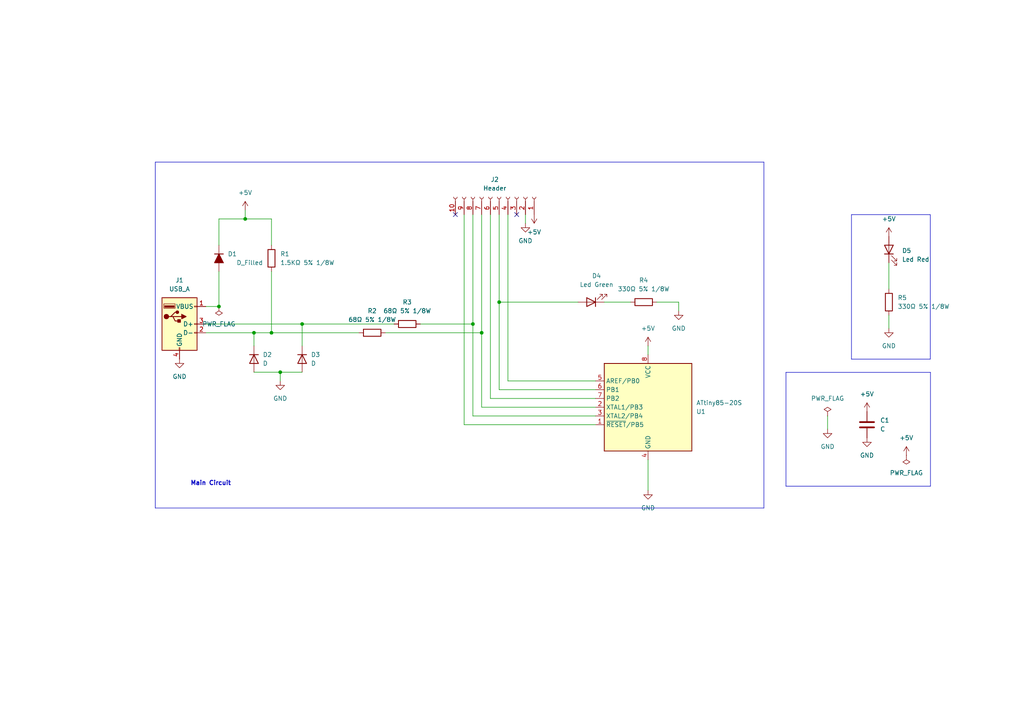
<source format=kicad_sch>
(kicad_sch (version 20230121) (generator eeschema)

  (uuid f2c20679-f28d-47ad-9191-2bfbde129570)

  (paper "A4")

  (title_block
    (title "2307105_Cobresi_microduino")
    (date "1/9/2023")
    (rev "1.0")
    (company "ucc")
  )

  (lib_symbols
    (symbol "+5V_1" (power) (pin_names (offset 0)) (in_bom yes) (on_board yes)
      (property "Reference" "#PWR" (at 0 -3.81 0)
        (effects (font (size 1.27 1.27)) hide)
      )
      (property "Value" "+5V_1" (at 0 3.556 0)
        (effects (font (size 1.27 1.27)))
      )
      (property "Footprint" "" (at 0 0 0)
        (effects (font (size 1.27 1.27)) hide)
      )
      (property "Datasheet" "" (at 0 0 0)
        (effects (font (size 1.27 1.27)) hide)
      )
      (property "ki_keywords" "global power" (at 0 0 0)
        (effects (font (size 1.27 1.27)) hide)
      )
      (property "ki_description" "Power symbol creates a global label with name \"+5V\"" (at 0 0 0)
        (effects (font (size 1.27 1.27)) hide)
      )
      (symbol "+5V_1_0_1"
        (polyline
          (pts
            (xy -0.762 1.27)
            (xy 0 2.54)
          )
          (stroke (width 0) (type default))
          (fill (type none))
        )
        (polyline
          (pts
            (xy 0 0)
            (xy 0 2.54)
          )
          (stroke (width 0) (type default))
          (fill (type none))
        )
        (polyline
          (pts
            (xy 0 2.54)
            (xy 0.762 1.27)
          )
          (stroke (width 0) (type default))
          (fill (type none))
        )
      )
      (symbol "+5V_1_1_1"
        (pin power_in line (at 0 0 90) (length 0) hide
          (name "+5V" (effects (font (size 1.27 1.27))))
          (number "1" (effects (font (size 1.27 1.27))))
        )
      )
    )
    (symbol "Connector:Conn_01x10_Socket" (pin_names (offset 1.016) hide) (in_bom yes) (on_board yes)
      (property "Reference" "J" (at 0 12.7 0)
        (effects (font (size 1.27 1.27)))
      )
      (property "Value" "Conn_01x10_Socket" (at 0 -15.24 0)
        (effects (font (size 1.27 1.27)))
      )
      (property "Footprint" "" (at 0 0 0)
        (effects (font (size 1.27 1.27)) hide)
      )
      (property "Datasheet" "~" (at 0 0 0)
        (effects (font (size 1.27 1.27)) hide)
      )
      (property "ki_locked" "" (at 0 0 0)
        (effects (font (size 1.27 1.27)))
      )
      (property "ki_keywords" "connector" (at 0 0 0)
        (effects (font (size 1.27 1.27)) hide)
      )
      (property "ki_description" "Generic connector, single row, 01x10, script generated" (at 0 0 0)
        (effects (font (size 1.27 1.27)) hide)
      )
      (property "ki_fp_filters" "Connector*:*_1x??_*" (at 0 0 0)
        (effects (font (size 1.27 1.27)) hide)
      )
      (symbol "Conn_01x10_Socket_1_1"
        (arc (start 0 -12.192) (mid -0.5058 -12.7) (end 0 -13.208)
          (stroke (width 0.1524) (type default))
          (fill (type none))
        )
        (arc (start 0 -9.652) (mid -0.5058 -10.16) (end 0 -10.668)
          (stroke (width 0.1524) (type default))
          (fill (type none))
        )
        (arc (start 0 -7.112) (mid -0.5058 -7.62) (end 0 -8.128)
          (stroke (width 0.1524) (type default))
          (fill (type none))
        )
        (arc (start 0 -4.572) (mid -0.5058 -5.08) (end 0 -5.588)
          (stroke (width 0.1524) (type default))
          (fill (type none))
        )
        (arc (start 0 -2.032) (mid -0.5058 -2.54) (end 0 -3.048)
          (stroke (width 0.1524) (type default))
          (fill (type none))
        )
        (polyline
          (pts
            (xy -1.27 -12.7)
            (xy -0.508 -12.7)
          )
          (stroke (width 0.1524) (type default))
          (fill (type none))
        )
        (polyline
          (pts
            (xy -1.27 -10.16)
            (xy -0.508 -10.16)
          )
          (stroke (width 0.1524) (type default))
          (fill (type none))
        )
        (polyline
          (pts
            (xy -1.27 -7.62)
            (xy -0.508 -7.62)
          )
          (stroke (width 0.1524) (type default))
          (fill (type none))
        )
        (polyline
          (pts
            (xy -1.27 -5.08)
            (xy -0.508 -5.08)
          )
          (stroke (width 0.1524) (type default))
          (fill (type none))
        )
        (polyline
          (pts
            (xy -1.27 -2.54)
            (xy -0.508 -2.54)
          )
          (stroke (width 0.1524) (type default))
          (fill (type none))
        )
        (polyline
          (pts
            (xy -1.27 0)
            (xy -0.508 0)
          )
          (stroke (width 0.1524) (type default))
          (fill (type none))
        )
        (polyline
          (pts
            (xy -1.27 2.54)
            (xy -0.508 2.54)
          )
          (stroke (width 0.1524) (type default))
          (fill (type none))
        )
        (polyline
          (pts
            (xy -1.27 5.08)
            (xy -0.508 5.08)
          )
          (stroke (width 0.1524) (type default))
          (fill (type none))
        )
        (polyline
          (pts
            (xy -1.27 7.62)
            (xy -0.508 7.62)
          )
          (stroke (width 0.1524) (type default))
          (fill (type none))
        )
        (polyline
          (pts
            (xy -1.27 10.16)
            (xy -0.508 10.16)
          )
          (stroke (width 0.1524) (type default))
          (fill (type none))
        )
        (arc (start 0 0.508) (mid -0.5058 0) (end 0 -0.508)
          (stroke (width 0.1524) (type default))
          (fill (type none))
        )
        (arc (start 0 3.048) (mid -0.5058 2.54) (end 0 2.032)
          (stroke (width 0.1524) (type default))
          (fill (type none))
        )
        (arc (start 0 5.588) (mid -0.5058 5.08) (end 0 4.572)
          (stroke (width 0.1524) (type default))
          (fill (type none))
        )
        (arc (start 0 8.128) (mid -0.5058 7.62) (end 0 7.112)
          (stroke (width 0.1524) (type default))
          (fill (type none))
        )
        (arc (start 0 10.668) (mid -0.5058 10.16) (end 0 9.652)
          (stroke (width 0.1524) (type default))
          (fill (type none))
        )
        (pin passive line (at -5.08 10.16 0) (length 3.81)
          (name "Pin_1" (effects (font (size 1.27 1.27))))
          (number "1" (effects (font (size 1.27 1.27))))
        )
        (pin passive line (at -5.08 -12.7 0) (length 3.81)
          (name "Pin_10" (effects (font (size 1.27 1.27))))
          (number "10" (effects (font (size 1.27 1.27))))
        )
        (pin passive line (at -5.08 7.62 0) (length 3.81)
          (name "Pin_2" (effects (font (size 1.27 1.27))))
          (number "2" (effects (font (size 1.27 1.27))))
        )
        (pin passive line (at -5.08 5.08 0) (length 3.81)
          (name "Pin_3" (effects (font (size 1.27 1.27))))
          (number "3" (effects (font (size 1.27 1.27))))
        )
        (pin passive line (at -5.08 2.54 0) (length 3.81)
          (name "Pin_4" (effects (font (size 1.27 1.27))))
          (number "4" (effects (font (size 1.27 1.27))))
        )
        (pin passive line (at -5.08 0 0) (length 3.81)
          (name "Pin_5" (effects (font (size 1.27 1.27))))
          (number "5" (effects (font (size 1.27 1.27))))
        )
        (pin passive line (at -5.08 -2.54 0) (length 3.81)
          (name "Pin_6" (effects (font (size 1.27 1.27))))
          (number "6" (effects (font (size 1.27 1.27))))
        )
        (pin passive line (at -5.08 -5.08 0) (length 3.81)
          (name "Pin_7" (effects (font (size 1.27 1.27))))
          (number "7" (effects (font (size 1.27 1.27))))
        )
        (pin passive line (at -5.08 -7.62 0) (length 3.81)
          (name "Pin_8" (effects (font (size 1.27 1.27))))
          (number "8" (effects (font (size 1.27 1.27))))
        )
        (pin passive line (at -5.08 -10.16 0) (length 3.81)
          (name "Pin_9" (effects (font (size 1.27 1.27))))
          (number "9" (effects (font (size 1.27 1.27))))
        )
      )
    )
    (symbol "D_Filled_1" (pin_numbers hide) (pin_names (offset 1.016) hide) (in_bom yes) (on_board yes)
      (property "Reference" "D" (at 0 2.54 0)
        (effects (font (size 1.27 1.27)))
      )
      (property "Value" "D_Filled" (at 0 -2.54 0)
        (effects (font (size 1.27 1.27)))
      )
      (property "Footprint" "" (at 0 0 0)
        (effects (font (size 1.27 1.27)) hide)
      )
      (property "Datasheet" "~" (at 0 0 0)
        (effects (font (size 1.27 1.27)) hide)
      )
      (property "Sim.Device" "D" (at 0 0 0)
        (effects (font (size 1.27 1.27)) hide)
      )
      (property "Sim.Pins" "1=K 2=A" (at 0 0 0)
        (effects (font (size 1.27 1.27)) hide)
      )
      (property "ki_keywords" "diode" (at 0 0 0)
        (effects (font (size 1.27 1.27)) hide)
      )
      (property "ki_description" "Diode, filled shape" (at 0 0 0)
        (effects (font (size 1.27 1.27)) hide)
      )
      (property "ki_fp_filters" "TO-???* *_Diode_* *SingleDiode* D_*" (at 0 0 0)
        (effects (font (size 1.27 1.27)) hide)
      )
      (symbol "D_Filled_1_0_1"
        (polyline
          (pts
            (xy -1.27 1.27)
            (xy -1.27 -1.27)
          )
          (stroke (width 0.254) (type default))
          (fill (type none))
        )
        (polyline
          (pts
            (xy 1.27 0)
            (xy -1.27 0)
          )
          (stroke (width 0) (type default))
          (fill (type none))
        )
        (polyline
          (pts
            (xy 1.27 1.27)
            (xy 1.27 -1.27)
            (xy -1.27 0)
            (xy 1.27 1.27)
          )
          (stroke (width 0.254) (type default))
          (fill (type outline))
        )
      )
      (symbol "D_Filled_1_1_1"
        (pin passive line (at -3.81 0 0) (length 2.54)
          (name "K" (effects (font (size 1.27 1.27))))
          (number "1" (effects (font (size 1.27 1.27))))
        )
        (pin passive line (at 3.81 0 180) (length 2.54)
          (name "A" (effects (font (size 1.27 1.27))))
          (number "2" (effects (font (size 1.27 1.27))))
        )
      )
    )
    (symbol "Device:C" (pin_numbers hide) (pin_names (offset 0.254)) (in_bom yes) (on_board yes)
      (property "Reference" "C" (at 0.635 2.54 0)
        (effects (font (size 1.27 1.27)) (justify left))
      )
      (property "Value" "C" (at 0.635 -2.54 0)
        (effects (font (size 1.27 1.27)) (justify left))
      )
      (property "Footprint" "" (at 0.9652 -3.81 0)
        (effects (font (size 1.27 1.27)) hide)
      )
      (property "Datasheet" "~" (at 0 0 0)
        (effects (font (size 1.27 1.27)) hide)
      )
      (property "ki_keywords" "cap capacitor" (at 0 0 0)
        (effects (font (size 1.27 1.27)) hide)
      )
      (property "ki_description" "Unpolarized capacitor" (at 0 0 0)
        (effects (font (size 1.27 1.27)) hide)
      )
      (property "ki_fp_filters" "C_*" (at 0 0 0)
        (effects (font (size 1.27 1.27)) hide)
      )
      (symbol "C_0_1"
        (polyline
          (pts
            (xy -2.032 -0.762)
            (xy 2.032 -0.762)
          )
          (stroke (width 0.508) (type default))
          (fill (type none))
        )
        (polyline
          (pts
            (xy -2.032 0.762)
            (xy 2.032 0.762)
          )
          (stroke (width 0.508) (type default))
          (fill (type none))
        )
      )
      (symbol "C_1_1"
        (pin passive line (at 0 3.81 270) (length 2.794)
          (name "~" (effects (font (size 1.27 1.27))))
          (number "1" (effects (font (size 1.27 1.27))))
        )
        (pin passive line (at 0 -3.81 90) (length 2.794)
          (name "~" (effects (font (size 1.27 1.27))))
          (number "2" (effects (font (size 1.27 1.27))))
        )
      )
    )
    (symbol "Device:D" (pin_numbers hide) (pin_names (offset 1.016) hide) (in_bom yes) (on_board yes)
      (property "Reference" "D" (at 0 2.54 0)
        (effects (font (size 1.27 1.27)))
      )
      (property "Value" "D" (at 0 -2.54 0)
        (effects (font (size 1.27 1.27)))
      )
      (property "Footprint" "" (at 0 0 0)
        (effects (font (size 1.27 1.27)) hide)
      )
      (property "Datasheet" "~" (at 0 0 0)
        (effects (font (size 1.27 1.27)) hide)
      )
      (property "Sim.Device" "D" (at 0 0 0)
        (effects (font (size 1.27 1.27)) hide)
      )
      (property "Sim.Pins" "1=K 2=A" (at 0 0 0)
        (effects (font (size 1.27 1.27)) hide)
      )
      (property "ki_keywords" "diode" (at 0 0 0)
        (effects (font (size 1.27 1.27)) hide)
      )
      (property "ki_description" "Diode" (at 0 0 0)
        (effects (font (size 1.27 1.27)) hide)
      )
      (property "ki_fp_filters" "TO-???* *_Diode_* *SingleDiode* D_*" (at 0 0 0)
        (effects (font (size 1.27 1.27)) hide)
      )
      (symbol "D_0_1"
        (polyline
          (pts
            (xy -1.27 1.27)
            (xy -1.27 -1.27)
          )
          (stroke (width 0.254) (type default))
          (fill (type none))
        )
        (polyline
          (pts
            (xy 1.27 0)
            (xy -1.27 0)
          )
          (stroke (width 0) (type default))
          (fill (type none))
        )
        (polyline
          (pts
            (xy 1.27 1.27)
            (xy 1.27 -1.27)
            (xy -1.27 0)
            (xy 1.27 1.27)
          )
          (stroke (width 0.254) (type default))
          (fill (type none))
        )
      )
      (symbol "D_1_1"
        (pin passive line (at -3.81 0 0) (length 2.54)
          (name "K" (effects (font (size 1.27 1.27))))
          (number "1" (effects (font (size 1.27 1.27))))
        )
        (pin passive line (at 3.81 0 180) (length 2.54)
          (name "A" (effects (font (size 1.27 1.27))))
          (number "2" (effects (font (size 1.27 1.27))))
        )
      )
    )
    (symbol "Device:LED" (pin_numbers hide) (pin_names (offset 1.016) hide) (in_bom yes) (on_board yes)
      (property "Reference" "D" (at 0 2.54 0)
        (effects (font (size 1.27 1.27)))
      )
      (property "Value" "LED" (at 0 -2.54 0)
        (effects (font (size 1.27 1.27)))
      )
      (property "Footprint" "" (at 0 0 0)
        (effects (font (size 1.27 1.27)) hide)
      )
      (property "Datasheet" "~" (at 0 0 0)
        (effects (font (size 1.27 1.27)) hide)
      )
      (property "ki_keywords" "LED diode" (at 0 0 0)
        (effects (font (size 1.27 1.27)) hide)
      )
      (property "ki_description" "Light emitting diode" (at 0 0 0)
        (effects (font (size 1.27 1.27)) hide)
      )
      (property "ki_fp_filters" "LED* LED_SMD:* LED_THT:*" (at 0 0 0)
        (effects (font (size 1.27 1.27)) hide)
      )
      (symbol "LED_0_1"
        (polyline
          (pts
            (xy -1.27 -1.27)
            (xy -1.27 1.27)
          )
          (stroke (width 0.254) (type default))
          (fill (type none))
        )
        (polyline
          (pts
            (xy -1.27 0)
            (xy 1.27 0)
          )
          (stroke (width 0) (type default))
          (fill (type none))
        )
        (polyline
          (pts
            (xy 1.27 -1.27)
            (xy 1.27 1.27)
            (xy -1.27 0)
            (xy 1.27 -1.27)
          )
          (stroke (width 0.254) (type default))
          (fill (type none))
        )
        (polyline
          (pts
            (xy -3.048 -0.762)
            (xy -4.572 -2.286)
            (xy -3.81 -2.286)
            (xy -4.572 -2.286)
            (xy -4.572 -1.524)
          )
          (stroke (width 0) (type default))
          (fill (type none))
        )
        (polyline
          (pts
            (xy -1.778 -0.762)
            (xy -3.302 -2.286)
            (xy -2.54 -2.286)
            (xy -3.302 -2.286)
            (xy -3.302 -1.524)
          )
          (stroke (width 0) (type default))
          (fill (type none))
        )
      )
      (symbol "LED_1_1"
        (pin passive line (at -3.81 0 0) (length 2.54)
          (name "K" (effects (font (size 1.27 1.27))))
          (number "1" (effects (font (size 1.27 1.27))))
        )
        (pin passive line (at 3.81 0 180) (length 2.54)
          (name "A" (effects (font (size 1.27 1.27))))
          (number "2" (effects (font (size 1.27 1.27))))
        )
      )
    )
    (symbol "Device:R" (pin_numbers hide) (pin_names (offset 0)) (in_bom yes) (on_board yes)
      (property "Reference" "R" (at 2.032 0 90)
        (effects (font (size 1.27 1.27)))
      )
      (property "Value" "R" (at 0 0 90)
        (effects (font (size 1.27 1.27)))
      )
      (property "Footprint" "" (at -1.778 0 90)
        (effects (font (size 1.27 1.27)) hide)
      )
      (property "Datasheet" "~" (at 0 0 0)
        (effects (font (size 1.27 1.27)) hide)
      )
      (property "ki_keywords" "R res resistor" (at 0 0 0)
        (effects (font (size 1.27 1.27)) hide)
      )
      (property "ki_description" "Resistor" (at 0 0 0)
        (effects (font (size 1.27 1.27)) hide)
      )
      (property "ki_fp_filters" "R_*" (at 0 0 0)
        (effects (font (size 1.27 1.27)) hide)
      )
      (symbol "R_0_1"
        (rectangle (start -1.016 -2.54) (end 1.016 2.54)
          (stroke (width 0.254) (type default))
          (fill (type none))
        )
      )
      (symbol "R_1_1"
        (pin passive line (at 0 3.81 270) (length 1.27)
          (name "~" (effects (font (size 1.27 1.27))))
          (number "1" (effects (font (size 1.27 1.27))))
        )
        (pin passive line (at 0 -3.81 90) (length 1.27)
          (name "~" (effects (font (size 1.27 1.27))))
          (number "2" (effects (font (size 1.27 1.27))))
        )
      )
    )
    (symbol "GND_1" (power) (pin_names (offset 0)) (in_bom yes) (on_board yes)
      (property "Reference" "#PWR" (at 0 -6.35 0)
        (effects (font (size 1.27 1.27)) hide)
      )
      (property "Value" "GND_1" (at 0 -3.81 0)
        (effects (font (size 1.27 1.27)))
      )
      (property "Footprint" "" (at 0 0 0)
        (effects (font (size 1.27 1.27)) hide)
      )
      (property "Datasheet" "" (at 0 0 0)
        (effects (font (size 1.27 1.27)) hide)
      )
      (property "ki_keywords" "global power" (at 0 0 0)
        (effects (font (size 1.27 1.27)) hide)
      )
      (property "ki_description" "Power symbol creates a global label with name \"GND\" , ground" (at 0 0 0)
        (effects (font (size 1.27 1.27)) hide)
      )
      (symbol "GND_1_0_1"
        (polyline
          (pts
            (xy 0 0)
            (xy 0 -1.27)
            (xy 1.27 -1.27)
            (xy 0 -2.54)
            (xy -1.27 -1.27)
            (xy 0 -1.27)
          )
          (stroke (width 0) (type default))
          (fill (type none))
        )
      )
      (symbol "GND_1_1_1"
        (pin power_in line (at 0 0 270) (length 0) hide
          (name "GND" (effects (font (size 1.27 1.27))))
          (number "1" (effects (font (size 1.27 1.27))))
        )
      )
    )
    (symbol "MCU_Microchip_ATtiny:ATtiny85-20S" (in_bom yes) (on_board yes)
      (property "Reference" "U" (at -12.7 13.97 0)
        (effects (font (size 1.27 1.27)) (justify left bottom))
      )
      (property "Value" "ATtiny85-20S" (at 2.54 -13.97 0)
        (effects (font (size 1.27 1.27)) (justify left top))
      )
      (property "Footprint" "Package_SO:SOIC-8W_5.3x5.3mm_P1.27mm" (at 0 0 0)
        (effects (font (size 1.27 1.27) italic) hide)
      )
      (property "Datasheet" "http://ww1.microchip.com/downloads/en/DeviceDoc/atmel-2586-avr-8-bit-microcontroller-attiny25-attiny45-attiny85_datasheet.pdf" (at 0 0 0)
        (effects (font (size 1.27 1.27)) hide)
      )
      (property "ki_keywords" "AVR 8bit Microcontroller tinyAVR" (at 0 0 0)
        (effects (font (size 1.27 1.27)) hide)
      )
      (property "ki_description" "20MHz, 8kB Flash, 512B SRAM, 512B EEPROM, debugWIRE, SOIC-8W" (at 0 0 0)
        (effects (font (size 1.27 1.27)) hide)
      )
      (property "ki_fp_filters" "SOIC*5.3x5.3mm*P1.27mm*" (at 0 0 0)
        (effects (font (size 1.27 1.27)) hide)
      )
      (symbol "ATtiny85-20S_0_1"
        (rectangle (start -12.7 -12.7) (end 12.7 12.7)
          (stroke (width 0.254) (type default))
          (fill (type background))
        )
      )
      (symbol "ATtiny85-20S_1_1"
        (pin bidirectional line (at 15.24 -5.08 180) (length 2.54)
          (name "~{RESET}/PB5" (effects (font (size 1.27 1.27))))
          (number "1" (effects (font (size 1.27 1.27))))
        )
        (pin bidirectional line (at 15.24 0 180) (length 2.54)
          (name "XTAL1/PB3" (effects (font (size 1.27 1.27))))
          (number "2" (effects (font (size 1.27 1.27))))
        )
        (pin bidirectional line (at 15.24 -2.54 180) (length 2.54)
          (name "XTAL2/PB4" (effects (font (size 1.27 1.27))))
          (number "3" (effects (font (size 1.27 1.27))))
        )
        (pin power_in line (at 0 -15.24 90) (length 2.54)
          (name "GND" (effects (font (size 1.27 1.27))))
          (number "4" (effects (font (size 1.27 1.27))))
        )
        (pin bidirectional line (at 15.24 7.62 180) (length 2.54)
          (name "AREF/PB0" (effects (font (size 1.27 1.27))))
          (number "5" (effects (font (size 1.27 1.27))))
        )
        (pin bidirectional line (at 15.24 5.08 180) (length 2.54)
          (name "PB1" (effects (font (size 1.27 1.27))))
          (number "6" (effects (font (size 1.27 1.27))))
        )
        (pin bidirectional line (at 15.24 2.54 180) (length 2.54)
          (name "PB2" (effects (font (size 1.27 1.27))))
          (number "7" (effects (font (size 1.27 1.27))))
        )
        (pin power_in line (at 0 15.24 270) (length 2.54)
          (name "VCC" (effects (font (size 1.27 1.27))))
          (number "8" (effects (font (size 1.27 1.27))))
        )
      )
    )
    (symbol "USB_UCC:USB_A" (pin_names (offset 1.016)) (in_bom yes) (on_board yes)
      (property "Reference" "J1" (at 0 12.7 0)
        (effects (font (size 1.27 1.27)))
      )
      (property "Value" "USB_A" (at 0 10.16 0)
        (effects (font (size 1.27 1.27)))
      )
      (property "Footprint" "" (at 3.81 -1.27 0)
        (effects (font (size 1.27 1.27)) hide)
      )
      (property "Datasheet" " ~" (at 3.81 -1.27 0)
        (effects (font (size 1.27 1.27)) hide)
      )
      (property "ki_keywords" "connector USB" (at 0 0 0)
        (effects (font (size 1.27 1.27)) hide)
      )
      (property "ki_description" "USB Type A connector" (at 0 0 0)
        (effects (font (size 1.27 1.27)) hide)
      )
      (property "ki_fp_filters" "USB*" (at 0 0 0)
        (effects (font (size 1.27 1.27)) hide)
      )
      (symbol "USB_A_0_1"
        (rectangle (start -5.08 -7.62) (end 5.08 7.62)
          (stroke (width 0.254) (type default))
          (fill (type background))
        )
        (circle (center -3.81 2.159) (radius 0.635)
          (stroke (width 0.254) (type default))
          (fill (type outline))
        )
        (rectangle (start -1.524 4.826) (end -4.318 5.334)
          (stroke (width 0) (type default))
          (fill (type outline))
        )
        (rectangle (start -1.27 4.572) (end -4.572 5.842)
          (stroke (width 0) (type default))
          (fill (type none))
        )
        (circle (center -0.635 3.429) (radius 0.381)
          (stroke (width 0.254) (type default))
          (fill (type outline))
        )
        (rectangle (start -0.127 -7.62) (end 0.127 -6.858)
          (stroke (width 0) (type default))
          (fill (type none))
        )
        (polyline
          (pts
            (xy -3.175 2.159)
            (xy -2.54 2.159)
            (xy -1.27 3.429)
            (xy -0.635 3.429)
          )
          (stroke (width 0.254) (type default))
          (fill (type none))
        )
        (polyline
          (pts
            (xy -2.54 2.159)
            (xy -1.905 2.159)
            (xy -1.27 0.889)
            (xy 0 0.889)
          )
          (stroke (width 0.254) (type default))
          (fill (type none))
        )
        (polyline
          (pts
            (xy 0.635 2.794)
            (xy 0.635 1.524)
            (xy 1.905 2.159)
            (xy 0.635 2.794)
          )
          (stroke (width 0.254) (type default))
          (fill (type outline))
        )
        (rectangle (start 0.254 1.27) (end -0.508 0.508)
          (stroke (width 0.254) (type default))
          (fill (type outline))
        )
        (rectangle (start 5.08 -2.667) (end 4.318 -2.413)
          (stroke (width 0) (type default))
          (fill (type none))
        )
        (rectangle (start 5.08 -0.127) (end 4.318 0.127)
          (stroke (width 0) (type default))
          (fill (type none))
        )
        (rectangle (start 5.08 4.953) (end 4.318 5.207)
          (stroke (width 0) (type default))
          (fill (type none))
        )
      )
      (symbol "USB_A_1_1"
        (polyline
          (pts
            (xy -1.905 2.159)
            (xy 0.635 2.159)
          )
          (stroke (width 0.254) (type default))
          (fill (type none))
        )
        (pin power_in line (at 7.62 5.08 180) (length 2.54)
          (name "VBUS" (effects (font (size 1.27 1.27))))
          (number "1" (effects (font (size 1.27 1.27))))
        )
        (pin bidirectional line (at 7.62 -2.54 180) (length 2.54)
          (name "D-" (effects (font (size 1.27 1.27))))
          (number "2" (effects (font (size 1.27 1.27))))
        )
        (pin bidirectional line (at 7.62 0 180) (length 2.54)
          (name "D+" (effects (font (size 1.27 1.27))))
          (number "3" (effects (font (size 1.27 1.27))))
        )
        (pin power_in line (at 0 -10.16 90) (length 2.54)
          (name "GND" (effects (font (size 1.27 1.27))))
          (number "4" (effects (font (size 1.27 1.27))))
        )
      )
    )
    (symbol "power:+5V" (power) (pin_names (offset 0)) (in_bom yes) (on_board yes)
      (property "Reference" "#PWR" (at 0 -3.81 0)
        (effects (font (size 1.27 1.27)) hide)
      )
      (property "Value" "+5V" (at 0 3.556 0)
        (effects (font (size 1.27 1.27)))
      )
      (property "Footprint" "" (at 0 0 0)
        (effects (font (size 1.27 1.27)) hide)
      )
      (property "Datasheet" "" (at 0 0 0)
        (effects (font (size 1.27 1.27)) hide)
      )
      (property "ki_keywords" "global power" (at 0 0 0)
        (effects (font (size 1.27 1.27)) hide)
      )
      (property "ki_description" "Power symbol creates a global label with name \"+5V\"" (at 0 0 0)
        (effects (font (size 1.27 1.27)) hide)
      )
      (symbol "+5V_0_1"
        (polyline
          (pts
            (xy -0.762 1.27)
            (xy 0 2.54)
          )
          (stroke (width 0) (type default))
          (fill (type none))
        )
        (polyline
          (pts
            (xy 0 0)
            (xy 0 2.54)
          )
          (stroke (width 0) (type default))
          (fill (type none))
        )
        (polyline
          (pts
            (xy 0 2.54)
            (xy 0.762 1.27)
          )
          (stroke (width 0) (type default))
          (fill (type none))
        )
      )
      (symbol "+5V_1_1"
        (pin power_in line (at 0 0 90) (length 0) hide
          (name "+5V" (effects (font (size 1.27 1.27))))
          (number "1" (effects (font (size 1.27 1.27))))
        )
      )
    )
    (symbol "power:GND" (power) (pin_names (offset 0)) (in_bom yes) (on_board yes)
      (property "Reference" "#PWR" (at 0 -6.35 0)
        (effects (font (size 1.27 1.27)) hide)
      )
      (property "Value" "GND" (at 0 -3.81 0)
        (effects (font (size 1.27 1.27)))
      )
      (property "Footprint" "" (at 0 0 0)
        (effects (font (size 1.27 1.27)) hide)
      )
      (property "Datasheet" "" (at 0 0 0)
        (effects (font (size 1.27 1.27)) hide)
      )
      (property "ki_keywords" "global power" (at 0 0 0)
        (effects (font (size 1.27 1.27)) hide)
      )
      (property "ki_description" "Power symbol creates a global label with name \"GND\" , ground" (at 0 0 0)
        (effects (font (size 1.27 1.27)) hide)
      )
      (symbol "GND_0_1"
        (polyline
          (pts
            (xy 0 0)
            (xy 0 -1.27)
            (xy 1.27 -1.27)
            (xy 0 -2.54)
            (xy -1.27 -1.27)
            (xy 0 -1.27)
          )
          (stroke (width 0) (type default))
          (fill (type none))
        )
      )
      (symbol "GND_1_1"
        (pin power_in line (at 0 0 270) (length 0) hide
          (name "GND" (effects (font (size 1.27 1.27))))
          (number "1" (effects (font (size 1.27 1.27))))
        )
      )
    )
    (symbol "power:PWR_FLAG" (power) (pin_numbers hide) (pin_names (offset 0) hide) (in_bom yes) (on_board yes)
      (property "Reference" "#FLG" (at 0 1.905 0)
        (effects (font (size 1.27 1.27)) hide)
      )
      (property "Value" "PWR_FLAG" (at 0 3.81 0)
        (effects (font (size 1.27 1.27)))
      )
      (property "Footprint" "" (at 0 0 0)
        (effects (font (size 1.27 1.27)) hide)
      )
      (property "Datasheet" "~" (at 0 0 0)
        (effects (font (size 1.27 1.27)) hide)
      )
      (property "ki_keywords" "flag power" (at 0 0 0)
        (effects (font (size 1.27 1.27)) hide)
      )
      (property "ki_description" "Special symbol for telling ERC where power comes from" (at 0 0 0)
        (effects (font (size 1.27 1.27)) hide)
      )
      (symbol "PWR_FLAG_0_0"
        (pin power_out line (at 0 0 90) (length 0)
          (name "pwr" (effects (font (size 1.27 1.27))))
          (number "1" (effects (font (size 1.27 1.27))))
        )
      )
      (symbol "PWR_FLAG_0_1"
        (polyline
          (pts
            (xy 0 0)
            (xy 0 1.27)
            (xy -1.016 1.905)
            (xy 0 2.54)
            (xy 1.016 1.905)
            (xy 0 1.27)
          )
          (stroke (width 0) (type default))
          (fill (type none))
        )
      )
    )
  )

  (junction (at 71.12 63.5) (diameter 0) (color 0 0 0 0)
    (uuid 45e23898-725d-4312-9589-842bbc39b85b)
  )
  (junction (at 139.7 96.52) (diameter 0) (color 0 0 0 0)
    (uuid 55d71e48-7e35-4855-af6c-96dedffdae10)
  )
  (junction (at 63.5 88.9) (diameter 0) (color 0 0 0 0)
    (uuid 7808f4d1-53ce-4ca5-a257-c220d6b0da06)
  )
  (junction (at 87.63 93.98) (diameter 0) (color 0 0 0 0)
    (uuid 85f70b55-2551-4aae-b4cc-7f2d216972d1)
  )
  (junction (at 81.28 107.95) (diameter 0) (color 0 0 0 0)
    (uuid 925088e0-d26f-446d-91b6-a7d2f97ac905)
  )
  (junction (at 78.74 96.52) (diameter 0) (color 0 0 0 0)
    (uuid a905b44e-035b-41ac-8231-a8b47496f91f)
  )
  (junction (at 144.78 87.63) (diameter 0) (color 0 0 0 0)
    (uuid c2d026a9-f013-4335-accb-ffbe2360eb96)
  )
  (junction (at 137.16 93.98) (diameter 0) (color 0 0 0 0)
    (uuid cf5fb093-c701-43e3-92b2-a63d5043647f)
  )
  (junction (at 73.66 96.52) (diameter 0) (color 0 0 0 0)
    (uuid f9cfe6cb-d709-4867-bbfd-03e2d6157080)
  )

  (no_connect (at 149.86 62.23) (uuid 461df79e-8a59-47ea-bb26-b8180cdc5b10))
  (no_connect (at 132.08 62.23) (uuid f7f338e9-fc8e-4d82-855b-be1c00128fb8))

  (wire (pts (xy 121.92 93.98) (xy 137.16 93.98))
    (stroke (width 0) (type default))
    (uuid 03b53152-3258-4ece-9e03-3ef8bb70444c)
  )
  (wire (pts (xy 257.81 91.44) (xy 257.81 95.25))
    (stroke (width 0) (type default))
    (uuid 0f57b8a8-3136-4668-acfd-e9c327f4d4e7)
  )
  (polyline (pts (xy 45.0342 147.3454) (xy 45.0342 47.0154))
    (stroke (width 0) (type default))
    (uuid 12c67071-fe67-4f47-a0ca-3ef1ab2bc966)
  )

  (wire (pts (xy 73.66 96.52) (xy 73.66 100.33))
    (stroke (width 0) (type default))
    (uuid 151ff4ab-a3de-4153-9fcd-0aa54260a1fb)
  )
  (wire (pts (xy 152.4 62.23) (xy 152.4 64.77))
    (stroke (width 0) (type default))
    (uuid 15ca5d2d-1624-42e4-a256-888c00636403)
  )
  (polyline (pts (xy 221.5642 47.0154) (xy 221.5642 147.3454))
    (stroke (width 0) (type default))
    (uuid 1f5f82f7-3c3e-40e2-9a00-ce83a042d5ac)
  )

  (wire (pts (xy 134.62 123.19) (xy 172.72 123.19))
    (stroke (width 0) (type default))
    (uuid 1f67befb-ef60-4175-ac4a-66f50be95617)
  )
  (wire (pts (xy 147.32 110.49) (xy 172.72 110.49))
    (stroke (width 0) (type default))
    (uuid 27ea7f8f-1d3c-4e75-9142-8da4f770dffd)
  )
  (wire (pts (xy 81.28 107.95) (xy 87.63 107.95))
    (stroke (width 0) (type default))
    (uuid 295d4973-7c3d-46f0-8d60-e922192f31fa)
  )
  (wire (pts (xy 187.96 133.35) (xy 187.96 142.24))
    (stroke (width 0) (type default))
    (uuid 32534fa0-4361-493a-bfdf-9519ea90fc03)
  )
  (wire (pts (xy 78.74 78.74) (xy 78.74 96.52))
    (stroke (width 0) (type default))
    (uuid 341ea010-becf-4803-baba-d281840b5339)
  )
  (wire (pts (xy 71.12 60.96) (xy 71.12 63.5))
    (stroke (width 0) (type default))
    (uuid 410248ad-2904-4812-8d85-850535af93ee)
  )
  (wire (pts (xy 142.24 62.23) (xy 142.24 115.57))
    (stroke (width 0) (type default))
    (uuid 4428f6f4-2fe0-482e-ae8f-ffbc6e787641)
  )
  (wire (pts (xy 81.28 107.95) (xy 81.28 110.49))
    (stroke (width 0) (type default))
    (uuid 4a042cac-054b-4d64-92a7-b38e749ad755)
  )
  (wire (pts (xy 87.63 93.98) (xy 114.3 93.98))
    (stroke (width 0) (type default))
    (uuid 4b87bf34-4b47-4873-ad74-7fd64e5d115d)
  )
  (wire (pts (xy 63.5 63.5) (xy 63.5 71.12))
    (stroke (width 0) (type default))
    (uuid 4c2df597-1210-449c-9045-650fb6953e19)
  )
  (polyline (pts (xy 269.8242 62.2554) (xy 269.8242 104.1654))
    (stroke (width 0) (type default))
    (uuid 4eb3e81b-c3fe-4e85-853e-9ce32520e02d)
  )

  (wire (pts (xy 139.7 62.23) (xy 139.7 96.52))
    (stroke (width 0) (type default))
    (uuid 4f1d411f-26ee-4a78-9c30-86d03fb704ad)
  )
  (wire (pts (xy 59.69 88.9) (xy 63.5 88.9))
    (stroke (width 0) (type default))
    (uuid 5987d403-55b8-4fb8-afee-196d1c0edf3a)
  )
  (polyline (pts (xy 227.965 108.0008) (xy 269.875 108.0008))
    (stroke (width 0) (type default))
    (uuid 654c2277-b153-442b-b460-0cc1001e1bfe)
  )

  (wire (pts (xy 78.74 71.12) (xy 78.74 63.5))
    (stroke (width 0) (type default))
    (uuid 665d1084-3d66-40eb-90e9-0b52b7697f60)
  )
  (wire (pts (xy 73.66 96.52) (xy 78.74 96.52))
    (stroke (width 0) (type default))
    (uuid 68fe6e4c-04ec-4199-b9de-e1df0c2e75f0)
  )
  (wire (pts (xy 73.66 107.95) (xy 81.28 107.95))
    (stroke (width 0) (type default))
    (uuid 719b372e-3c45-4894-8f4e-39096a046942)
  )
  (polyline (pts (xy 269.8242 104.1654) (xy 246.9642 104.1654))
    (stroke (width 0) (type default))
    (uuid 73b21d52-5af1-4324-ac82-7fc4e93bc07a)
  )

  (wire (pts (xy 87.63 93.98) (xy 87.63 100.33))
    (stroke (width 0) (type default))
    (uuid 75b94ab3-91fb-43fd-a1e5-4c38c136769d)
  )
  (wire (pts (xy 139.7 96.52) (xy 139.7 118.11))
    (stroke (width 0) (type default))
    (uuid 7a2a32bb-2c65-4c1a-b666-087811a6f333)
  )
  (polyline (pts (xy 227.965 141.0208) (xy 227.965 108.0008))
    (stroke (width 0) (type default))
    (uuid 7b5ddeea-8245-4000-8222-3f545ae9a1f4)
  )
  (polyline (pts (xy 221.5642 147.3454) (xy 45.0342 147.3454))
    (stroke (width 0) (type default))
    (uuid 7ebb2a4f-8cb5-40c6-9206-e43704b68921)
  )

  (wire (pts (xy 144.78 113.03) (xy 172.72 113.03))
    (stroke (width 0) (type default))
    (uuid 814236b3-9a0e-4014-b4b1-5085aa4cef49)
  )
  (wire (pts (xy 190.5 87.63) (xy 196.85 87.63))
    (stroke (width 0) (type default))
    (uuid 8163e25b-2224-42b3-b814-722eb4da6fbf)
  )
  (wire (pts (xy 78.74 63.5) (xy 71.12 63.5))
    (stroke (width 0) (type default))
    (uuid 8de918df-97f3-401f-978b-270bad6ea405)
  )
  (wire (pts (xy 187.96 100.33) (xy 187.96 102.87))
    (stroke (width 0) (type default))
    (uuid 8ef68744-26c1-4334-ae5a-45efa57cc419)
  )
  (wire (pts (xy 137.16 120.65) (xy 172.72 120.65))
    (stroke (width 0) (type default))
    (uuid 92eb30ef-40f0-434f-aa14-1a35af082c6a)
  )
  (wire (pts (xy 59.69 93.98) (xy 87.63 93.98))
    (stroke (width 0) (type default))
    (uuid 96632f34-c447-4227-bc8f-5f697838dcbc)
  )
  (wire (pts (xy 63.5 78.74) (xy 63.5 88.9))
    (stroke (width 0) (type default))
    (uuid a42a634c-7695-4b91-8cc1-22918f3ddaea)
  )
  (wire (pts (xy 142.24 115.57) (xy 172.72 115.57))
    (stroke (width 0) (type default))
    (uuid acf90b3e-637b-465b-a482-0f2a96d5a91b)
  )
  (wire (pts (xy 175.26 87.63) (xy 182.88 87.63))
    (stroke (width 0) (type default))
    (uuid ae714631-cfd4-472c-b653-c9b9569a6b25)
  )
  (wire (pts (xy 59.69 96.52) (xy 73.66 96.52))
    (stroke (width 0) (type default))
    (uuid aee1ba22-5ff0-40c9-bd6f-467535b26106)
  )
  (wire (pts (xy 257.81 76.2) (xy 257.81 83.82))
    (stroke (width 0) (type default))
    (uuid aeee195c-d9f2-47a0-8637-f8d8e489ae82)
  )
  (wire (pts (xy 71.12 63.5) (xy 63.5 63.5))
    (stroke (width 0) (type default))
    (uuid b11c46b5-30da-4c8b-87c3-78881e57a632)
  )
  (wire (pts (xy 144.78 87.63) (xy 144.78 113.03))
    (stroke (width 0) (type default))
    (uuid b7f4fe12-4f15-40f8-8bff-52b7e28a0f9c)
  )
  (wire (pts (xy 137.16 62.23) (xy 137.16 93.98))
    (stroke (width 0) (type default))
    (uuid b87f504c-ec9c-493b-9ec7-13ad6876e48b)
  )
  (wire (pts (xy 111.76 96.52) (xy 139.7 96.52))
    (stroke (width 0) (type default))
    (uuid bb4c88b4-6c1e-4bad-ba8e-894a641acf55)
  )
  (polyline (pts (xy 246.9642 104.1654) (xy 246.9642 62.2554))
    (stroke (width 0) (type default))
    (uuid c289a2e8-800f-459f-8e02-e4181254dd67)
  )

  (wire (pts (xy 144.78 62.23) (xy 144.78 87.63))
    (stroke (width 0) (type default))
    (uuid c45e8705-acbd-4499-ab83-7e6bc8550024)
  )
  (polyline (pts (xy 246.9642 62.2554) (xy 269.8242 62.2554))
    (stroke (width 0) (type default))
    (uuid c5196035-626d-4878-af78-a964605d27be)
  )

  (wire (pts (xy 134.62 62.23) (xy 134.62 123.19))
    (stroke (width 0) (type default))
    (uuid c53e4893-41cb-45f3-a849-35ce67b2a672)
  )
  (wire (pts (xy 147.32 62.23) (xy 147.32 110.49))
    (stroke (width 0) (type default))
    (uuid c6bf66ee-8fa5-436c-b81e-e5b5715577b2)
  )
  (wire (pts (xy 137.16 93.98) (xy 137.16 120.65))
    (stroke (width 0) (type default))
    (uuid ca1b1a98-4edb-4327-bedf-c23541750491)
  )
  (polyline (pts (xy 269.875 108.0008) (xy 269.875 141.0208))
    (stroke (width 0) (type default))
    (uuid eaa8bceb-f274-422b-90fd-fe4877b72009)
  )
  (polyline (pts (xy 45.0342 47.0154) (xy 221.5642 47.0154))
    (stroke (width 0) (type default))
    (uuid ed367599-b43c-449a-9a14-78d4b79558be)
  )

  (wire (pts (xy 78.74 96.52) (xy 104.14 96.52))
    (stroke (width 0) (type default))
    (uuid f0bff258-6000-4e33-bb05-1f91289d8192)
  )
  (polyline (pts (xy 269.875 141.0208) (xy 227.965 141.0208))
    (stroke (width 0) (type default))
    (uuid f518fdf6-0ceb-48a0-bbc6-ad5fd27a602e)
  )

  (wire (pts (xy 139.7 118.11) (xy 172.72 118.11))
    (stroke (width 0) (type default))
    (uuid f6a254b3-3fcc-45eb-9f6e-229227094317)
  )
  (wire (pts (xy 196.85 87.63) (xy 196.85 90.17))
    (stroke (width 0) (type default))
    (uuid f9687fdd-e1d6-42aa-8290-30b9b3f3a3cc)
  )
  (wire (pts (xy 144.78 87.63) (xy 167.64 87.63))
    (stroke (width 0) (type default))
    (uuid fbf5787d-f41d-406d-bf7a-6ae9eb338a74)
  )
  (wire (pts (xy 240.03 120.65) (xy 240.03 124.46))
    (stroke (width 0) (type default))
    (uuid fd67ad9d-3ef0-4e48-861c-d7fcce118616)
  )

  (text "Main Circuit" (at 55.1942 140.9954 0)
    (effects (font (size 1.27 1.27) (thickness 0.254) bold) (justify left bottom))
    (uuid 39ea4496-1b44-485f-ab4a-73accbcc9f99)
  )

  (symbol (lib_id "Device:R") (at 257.81 87.63 0) (unit 1)
    (in_bom yes) (on_board yes) (dnp no) (fields_autoplaced)
    (uuid 01482344-e8b7-4837-8810-369563bf2fa8)
    (property "Reference" "R5" (at 260.35 86.36 0)
      (effects (font (size 1.27 1.27)) (justify left))
    )
    (property "Value" "330Ω 5% 1/8W" (at 260.35 88.9 0)
      (effects (font (size 1.27 1.27)) (justify left))
    )
    (property "Footprint" "Resistor_SMD:R_0805_2012Metric_Pad1.20x1.40mm_HandSolder" (at 256.032 87.63 90)
      (effects (font (size 1.27 1.27)) hide)
    )
    (property "Datasheet" "~" (at 257.81 87.63 0)
      (effects (font (size 1.27 1.27)) hide)
    )
    (pin "1" (uuid fff1c171-8b8a-4578-8446-c0b18be1b1ec))
    (pin "2" (uuid 59f83ed4-6b4c-4cc6-9de9-4dac75a6c4c0))
    (instances
      (project "UccMicroDuino"
        (path "/f2c20679-f28d-47ad-9191-2bfbde129570"
          (reference "R5") (unit 1)
        )
      )
    )
  )

  (symbol (lib_id "Device:R") (at 107.95 96.52 90) (unit 1)
    (in_bom yes) (on_board yes) (dnp no) (fields_autoplaced)
    (uuid 0e52283c-f60c-45e6-aeac-f5646f9af0e6)
    (property "Reference" "R2" (at 107.95 90.17 90)
      (effects (font (size 1.27 1.27)))
    )
    (property "Value" "68Ω 5% 1/8W" (at 107.95 92.71 90)
      (effects (font (size 1.27 1.27)))
    )
    (property "Footprint" "Resistor_SMD:R_0805_2012Metric_Pad1.20x1.40mm_HandSolder" (at 107.95 98.298 90)
      (effects (font (size 1.27 1.27)) hide)
    )
    (property "Datasheet" "~" (at 107.95 96.52 0)
      (effects (font (size 1.27 1.27)) hide)
    )
    (pin "1" (uuid 7d0a2331-fea3-4ee5-828f-194339377dc9))
    (pin "2" (uuid 53488300-79c2-42e7-9437-b58e03573228))
    (instances
      (project "UccMicroDuino"
        (path "/f2c20679-f28d-47ad-9191-2bfbde129570"
          (reference "R2") (unit 1)
        )
      )
    )
  )

  (symbol (lib_id "Device:D") (at 87.63 104.14 270) (unit 1)
    (in_bom yes) (on_board yes) (dnp no) (fields_autoplaced)
    (uuid 15087287-2800-4ad4-8a38-350729d53eea)
    (property "Reference" "D3" (at 90.17 102.87 90)
      (effects (font (size 1.27 1.27)) (justify left))
    )
    (property "Value" "D" (at 90.17 105.41 90)
      (effects (font (size 1.27 1.27)) (justify left))
    )
    (property "Footprint" "Diode_SMD:D_SOD-123" (at 87.63 104.14 0)
      (effects (font (size 1.27 1.27)) hide)
    )
    (property "Datasheet" "~" (at 87.63 104.14 0)
      (effects (font (size 1.27 1.27)) hide)
    )
    (property "Sim.Device" "D" (at 87.63 104.14 0)
      (effects (font (size 1.27 1.27)) hide)
    )
    (property "Sim.Pins" "1=K 2=A" (at 87.63 104.14 0)
      (effects (font (size 1.27 1.27)) hide)
    )
    (pin "1" (uuid 0daedde4-ab91-4533-a561-1bd2757d30ea))
    (pin "2" (uuid df84d308-fa0b-4bec-b5e5-0bc9e0365c48))
    (instances
      (project "UccMicroDuino"
        (path "/f2c20679-f28d-47ad-9191-2bfbde129570"
          (reference "D3") (unit 1)
        )
      )
    )
  )

  (symbol (lib_id "Device:R") (at 78.74 74.93 0) (unit 1)
    (in_bom yes) (on_board yes) (dnp no) (fields_autoplaced)
    (uuid 1ad09e81-a9e6-4168-ab8f-f6dc88a2ffca)
    (property "Reference" "R1" (at 81.28 73.66 0)
      (effects (font (size 1.27 1.27)) (justify left))
    )
    (property "Value" "1.5KΩ 5% 1/8W" (at 81.28 76.2 0)
      (effects (font (size 1.27 1.27)) (justify left))
    )
    (property "Footprint" "Resistor_SMD:R_0805_2012Metric_Pad1.20x1.40mm_HandSolder" (at 76.962 74.93 90)
      (effects (font (size 1.27 1.27)) hide)
    )
    (property "Datasheet" "~" (at 78.74 74.93 0)
      (effects (font (size 1.27 1.27)) hide)
    )
    (pin "1" (uuid ee36c183-f553-41d5-aa66-34fb5f866c11))
    (pin "2" (uuid 56749e17-1044-439c-bc49-54b2aba397cb))
    (instances
      (project "Clase 1"
        (path "/e763c805-2d98-46c7-a7c5-10a127323b27"
          (reference "R1") (unit 1)
        )
      )
      (project "UccMicroDuino"
        (path "/f2c20679-f28d-47ad-9191-2bfbde129570"
          (reference "R1") (unit 1)
        )
      )
    )
  )

  (symbol (lib_id "Device:LED") (at 171.45 87.63 180) (unit 1)
    (in_bom yes) (on_board yes) (dnp no) (fields_autoplaced)
    (uuid 21d25ba4-f56f-4745-bb69-b6985721d663)
    (property "Reference" "D4" (at 173.0375 80.01 0)
      (effects (font (size 1.27 1.27)))
    )
    (property "Value" "Led Green" (at 173.0375 82.55 0)
      (effects (font (size 1.27 1.27)))
    )
    (property "Footprint" "Led_UCC:led" (at 171.45 87.63 0)
      (effects (font (size 1.27 1.27)) hide)
    )
    (property "Datasheet" "~" (at 171.45 87.63 0)
      (effects (font (size 1.27 1.27)) hide)
    )
    (pin "1" (uuid f6d0038c-e32f-4db2-8ec7-5be8e08874d7))
    (pin "2" (uuid 491ebba1-893b-4548-97a0-7cf9b67eb4df))
    (instances
      (project "UccMicroDuino"
        (path "/f2c20679-f28d-47ad-9191-2bfbde129570"
          (reference "D4") (unit 1)
        )
      )
    )
  )

  (symbol (lib_id "power:GND") (at 187.96 142.24 0) (unit 1)
    (in_bom yes) (on_board yes) (dnp no) (fields_autoplaced)
    (uuid 2af2b7cf-5466-4cb2-bb81-49a217533b33)
    (property "Reference" "#PWR04" (at 187.96 148.59 0)
      (effects (font (size 1.27 1.27)) hide)
    )
    (property "Value" "GND" (at 187.96 147.32 0)
      (effects (font (size 1.27 1.27)))
    )
    (property "Footprint" "" (at 187.96 142.24 0)
      (effects (font (size 1.27 1.27)) hide)
    )
    (property "Datasheet" "" (at 187.96 142.24 0)
      (effects (font (size 1.27 1.27)) hide)
    )
    (pin "1" (uuid d89f2e9f-2d2b-4303-ac46-ca3c17be70be))
    (instances
      (project "UccMicroDuino"
        (path "/f2c20679-f28d-47ad-9191-2bfbde129570"
          (reference "#PWR04") (unit 1)
        )
      )
    )
  )

  (symbol (lib_id "Device:R") (at 186.69 87.63 90) (unit 1)
    (in_bom yes) (on_board yes) (dnp no) (fields_autoplaced)
    (uuid 2bb14b45-5edf-4b4c-ad28-d9de0255da05)
    (property "Reference" "R4" (at 186.69 81.28 90)
      (effects (font (size 1.27 1.27)))
    )
    (property "Value" "330Ω 5% 1/8W" (at 186.69 83.82 90)
      (effects (font (size 1.27 1.27)))
    )
    (property "Footprint" "Resistor_SMD:R_0805_2012Metric_Pad1.20x1.40mm_HandSolder" (at 186.69 89.408 90)
      (effects (font (size 1.27 1.27)) hide)
    )
    (property "Datasheet" "~" (at 186.69 87.63 0)
      (effects (font (size 1.27 1.27)) hide)
    )
    (pin "1" (uuid bc2f503e-2104-415e-a0f6-9e06222c433c))
    (pin "2" (uuid 86e54323-4307-4c65-8b17-6f5cf9f1e787))
    (instances
      (project "UccMicroDuino"
        (path "/f2c20679-f28d-47ad-9191-2bfbde129570"
          (reference "R4") (unit 1)
        )
      )
    )
  )

  (symbol (lib_id "power:GND") (at 240.03 124.46 0) (unit 1)
    (in_bom yes) (on_board yes) (dnp no) (fields_autoplaced)
    (uuid 2c77f134-8a53-427f-86e2-ed6604f09022)
    (property "Reference" "#PWR09" (at 240.03 130.81 0)
      (effects (font (size 1.27 1.27)) hide)
    )
    (property "Value" "GND" (at 240.03 129.54 0)
      (effects (font (size 1.27 1.27)))
    )
    (property "Footprint" "" (at 240.03 124.46 0)
      (effects (font (size 1.27 1.27)) hide)
    )
    (property "Datasheet" "" (at 240.03 124.46 0)
      (effects (font (size 1.27 1.27)) hide)
    )
    (pin "1" (uuid d6c62997-6be8-4c9b-ae35-ebe23b3e528c))
    (instances
      (project "UccMicroDuino"
        (path "/f2c20679-f28d-47ad-9191-2bfbde129570"
          (reference "#PWR09") (unit 1)
        )
      )
    )
  )

  (symbol (lib_id "power:+5V") (at 154.94 62.23 180) (unit 1)
    (in_bom yes) (on_board yes) (dnp no) (fields_autoplaced)
    (uuid 2cd11d5d-b27f-479c-a966-0fb268c3d663)
    (property "Reference" "#PWR011" (at 154.94 58.42 0)
      (effects (font (size 1.27 1.27)) hide)
    )
    (property "Value" "+5V" (at 154.94 67.31 0)
      (effects (font (size 1.27 1.27)))
    )
    (property "Footprint" "" (at 154.94 62.23 0)
      (effects (font (size 1.27 1.27)) hide)
    )
    (property "Datasheet" "" (at 154.94 62.23 0)
      (effects (font (size 1.27 1.27)) hide)
    )
    (pin "1" (uuid 5f1dd0b8-6f0b-4797-9324-e7a525cfe233))
    (instances
      (project "UccMicroDuino"
        (path "/f2c20679-f28d-47ad-9191-2bfbde129570"
          (reference "#PWR011") (unit 1)
        )
      )
    )
  )

  (symbol (lib_id "MCU_Microchip_ATtiny:ATtiny85-20S") (at 187.96 118.11 0) (mirror y) (unit 1)
    (in_bom yes) (on_board yes) (dnp no)
    (uuid 333f0dac-2da2-4252-b55d-20da165172bb)
    (property "Reference" "U2" (at 201.93 119.38 0)
      (effects (font (size 1.27 1.27)) (justify right))
    )
    (property "Value" "ATtiny85-20S" (at 201.93 116.84 0)
      (effects (font (size 1.27 1.27)) (justify right))
    )
    (property "Footprint" "Package_SO:SOIC-8W_5.3x5.3mm_P1.27mm" (at 187.96 118.11 0)
      (effects (font (size 1.27 1.27) italic) hide)
    )
    (property "Datasheet" "http://ww1.microchip.com/downloads/en/DeviceDoc/atmel-2586-avr-8-bit-microcontroller-attiny25-attiny45-attiny85_datasheet.pdf" (at 187.96 118.11 0)
      (effects (font (size 1.27 1.27)) hide)
    )
    (pin "1" (uuid e32ff9c4-d87b-4c10-84eb-73dc1a2e727f))
    (pin "2" (uuid 54f6de1b-9e73-4846-b28c-e831078afca8))
    (pin "3" (uuid 3b8b4ab5-c86a-4764-9f4e-8a8bfc479245))
    (pin "4" (uuid 2b7b4108-6d29-48bb-b31e-106d3c49c13c))
    (pin "5" (uuid b0cb4559-bf97-4e1b-bf83-559465908564))
    (pin "6" (uuid fcc3f43e-bcce-479f-8793-789b542837e1))
    (pin "7" (uuid e940b556-3a87-41e6-8264-d71e6e795aac))
    (pin "8" (uuid 4057eab7-2df3-4a3f-b7b9-8f376efbc9c6))
    (instances
      (project "Clase 1"
        (path "/e763c805-2d98-46c7-a7c5-10a127323b27"
          (reference "U2") (unit 1)
        )
      )
      (project "UccMicroDuino"
        (path "/f2c20679-f28d-47ad-9191-2bfbde129570"
          (reference "U1") (unit 1)
        )
      )
    )
  )

  (symbol (lib_id "Device:D") (at 73.66 104.14 270) (unit 1)
    (in_bom yes) (on_board yes) (dnp no) (fields_autoplaced)
    (uuid 361b0c20-54be-4e94-9b2a-932ef6a6b97a)
    (property "Reference" "D2" (at 76.2 102.87 90)
      (effects (font (size 1.27 1.27)) (justify left))
    )
    (property "Value" "D" (at 76.2 105.41 90)
      (effects (font (size 1.27 1.27)) (justify left))
    )
    (property "Footprint" "Diode_SMD:D_SOD-123" (at 73.66 104.14 0)
      (effects (font (size 1.27 1.27)) hide)
    )
    (property "Datasheet" "~" (at 73.66 104.14 0)
      (effects (font (size 1.27 1.27)) hide)
    )
    (property "Sim.Device" "D" (at 73.66 104.14 0)
      (effects (font (size 1.27 1.27)) hide)
    )
    (property "Sim.Pins" "1=K 2=A" (at 73.66 104.14 0)
      (effects (font (size 1.27 1.27)) hide)
    )
    (pin "1" (uuid a913ada1-3238-4b59-9024-330fb4d1fd88))
    (pin "2" (uuid 8994eb8c-9e12-401e-bdba-18daa4ccac79))
    (instances
      (project "UccMicroDuino"
        (path "/f2c20679-f28d-47ad-9191-2bfbde129570"
          (reference "D2") (unit 1)
        )
      )
    )
  )

  (symbol (lib_id "Connector:Conn_01x10_Socket") (at 144.78 57.15 270) (mirror x) (unit 1)
    (in_bom yes) (on_board yes) (dnp no)
    (uuid 43f917b8-7bd2-489e-9718-7e0381f2a8f7)
    (property "Reference" "J2" (at 143.51 52.07 90)
      (effects (font (size 1.27 1.27)))
    )
    (property "Value" "Header" (at 143.51 54.61 90)
      (effects (font (size 1.27 1.27)))
    )
    (property "Footprint" "Connector_PinSocket_2.54mm:PinSocket_1x10_P2.54mm_Vertical" (at 144.78 57.15 0)
      (effects (font (size 1.27 1.27)) hide)
    )
    (property "Datasheet" "~" (at 144.78 57.15 0)
      (effects (font (size 1.27 1.27)) hide)
    )
    (pin "1" (uuid bda0e303-9785-4b66-9623-50e46d649d35))
    (pin "10" (uuid cecf9cad-c0ed-48e4-9870-6c3a112bcd36))
    (pin "2" (uuid 2c8cbd93-7d3f-4b72-ae3c-a7c3c576dbd4))
    (pin "3" (uuid 3c786c52-0482-4d80-9088-100965141392))
    (pin "4" (uuid 9a7fb00c-89a3-4b1d-8b08-3182690e2890))
    (pin "5" (uuid e21b8c1a-5f02-4756-b6d2-657282a11d2c))
    (pin "6" (uuid a31996b4-466a-46a5-89f4-9c1a08f59a51))
    (pin "7" (uuid 40f6367f-6e3f-4763-92bf-278541524e9b))
    (pin "8" (uuid 7811d447-16ad-4d5b-b99b-0e6cd06d547a))
    (pin "9" (uuid 9208a5a7-2e39-4ae9-9746-3e97fc76b480))
    (instances
      (project "Clase 1"
        (path "/e763c805-2d98-46c7-a7c5-10a127323b27"
          (reference "J2") (unit 1)
        )
      )
      (project "UccMicroDuino"
        (path "/f2c20679-f28d-47ad-9191-2bfbde129570"
          (reference "J2") (unit 1)
        )
      )
    )
  )

  (symbol (lib_id "power:+5V") (at 262.89 132.08 0) (unit 1)
    (in_bom yes) (on_board yes) (dnp no) (fields_autoplaced)
    (uuid 458ce85f-c707-43d4-bd7d-055ba5edb8b8)
    (property "Reference" "#PWR014" (at 262.89 135.89 0)
      (effects (font (size 1.27 1.27)) hide)
    )
    (property "Value" "+5V" (at 262.89 127 0)
      (effects (font (size 1.27 1.27)))
    )
    (property "Footprint" "" (at 262.89 132.08 0)
      (effects (font (size 1.27 1.27)) hide)
    )
    (property "Datasheet" "" (at 262.89 132.08 0)
      (effects (font (size 1.27 1.27)) hide)
    )
    (pin "1" (uuid 1a9c7803-c29f-40c9-a875-5ff7749c927f))
    (instances
      (project "UccMicroDuino"
        (path "/f2c20679-f28d-47ad-9191-2bfbde129570"
          (reference "#PWR014") (unit 1)
        )
      )
    )
  )

  (symbol (lib_id "power:GND") (at 152.4 64.77 0) (unit 1)
    (in_bom yes) (on_board yes) (dnp no) (fields_autoplaced)
    (uuid 4b47f2b6-597e-46de-8798-e19b0508d1db)
    (property "Reference" "#PWR07" (at 152.4 71.12 0)
      (effects (font (size 1.27 1.27)) hide)
    )
    (property "Value" "GND" (at 152.4 69.85 0)
      (effects (font (size 1.27 1.27)))
    )
    (property "Footprint" "" (at 152.4 64.77 0)
      (effects (font (size 1.27 1.27)) hide)
    )
    (property "Datasheet" "" (at 152.4 64.77 0)
      (effects (font (size 1.27 1.27)) hide)
    )
    (pin "1" (uuid 287aaefa-c304-4ee5-9a45-3e30d9bbb351))
    (instances
      (project "UccMicroDuino"
        (path "/f2c20679-f28d-47ad-9191-2bfbde129570"
          (reference "#PWR07") (unit 1)
        )
      )
    )
  )

  (symbol (lib_id "power:GND") (at 81.28 110.49 0) (unit 1)
    (in_bom yes) (on_board yes) (dnp no) (fields_autoplaced)
    (uuid 5147ba02-33be-4dff-9d9f-651b439a7d45)
    (property "Reference" "#PWR06" (at 81.28 116.84 0)
      (effects (font (size 1.27 1.27)) hide)
    )
    (property "Value" "GND" (at 81.28 115.57 0)
      (effects (font (size 1.27 1.27)))
    )
    (property "Footprint" "" (at 81.28 110.49 0)
      (effects (font (size 1.27 1.27)) hide)
    )
    (property "Datasheet" "" (at 81.28 110.49 0)
      (effects (font (size 1.27 1.27)) hide)
    )
    (pin "1" (uuid 868a8090-4ac6-4b7d-befe-b4f646018b03))
    (instances
      (project "UccMicroDuino"
        (path "/f2c20679-f28d-47ad-9191-2bfbde129570"
          (reference "#PWR06") (unit 1)
        )
      )
    )
  )

  (symbol (lib_id "power:PWR_FLAG") (at 240.03 120.65 0) (unit 1)
    (in_bom yes) (on_board yes) (dnp no) (fields_autoplaced)
    (uuid 560f05c3-582c-48f3-a409-b1c7ad5f72ea)
    (property "Reference" "#FLG04" (at 240.03 118.745 0)
      (effects (font (size 1.27 1.27)) hide)
    )
    (property "Value" "PWR_FLAG" (at 240.03 115.57 0)
      (effects (font (size 1.27 1.27)))
    )
    (property "Footprint" "" (at 240.03 120.65 0)
      (effects (font (size 1.27 1.27)) hide)
    )
    (property "Datasheet" "~" (at 240.03 120.65 0)
      (effects (font (size 1.27 1.27)) hide)
    )
    (pin "1" (uuid 24ef139c-4fea-42ab-a844-d4492824f284))
    (instances
      (project "UccMicroDuino"
        (path "/f2c20679-f28d-47ad-9191-2bfbde129570"
          (reference "#FLG04") (unit 1)
        )
      )
    )
  )

  (symbol (lib_id "Device:LED") (at 257.81 72.39 90) (unit 1)
    (in_bom yes) (on_board yes) (dnp no) (fields_autoplaced)
    (uuid 5cbc72cb-8025-4a2d-a033-a7b701f0bfe5)
    (property "Reference" "D5" (at 261.62 72.7075 90)
      (effects (font (size 1.27 1.27)) (justify right))
    )
    (property "Value" "Led Red" (at 261.62 75.2475 90)
      (effects (font (size 1.27 1.27)) (justify right))
    )
    (property "Footprint" "Led_UCC:led" (at 257.81 72.39 0)
      (effects (font (size 1.27 1.27)) hide)
    )
    (property "Datasheet" "~" (at 257.81 72.39 0)
      (effects (font (size 1.27 1.27)) hide)
    )
    (pin "1" (uuid c25d2484-d548-4d22-a902-b693b3c21a6d))
    (pin "2" (uuid d2cfa5eb-877f-4a26-bbf9-cb4afb0b57f8))
    (instances
      (project "UccMicroDuino"
        (path "/f2c20679-f28d-47ad-9191-2bfbde129570"
          (reference "D5") (unit 1)
        )
      )
    )
  )

  (symbol (lib_id "Device:R") (at 118.11 93.98 90) (unit 1)
    (in_bom yes) (on_board yes) (dnp no) (fields_autoplaced)
    (uuid 60d30a3f-7dd4-4ac6-a269-96363cbd9966)
    (property "Reference" "R3" (at 118.11 87.63 90)
      (effects (font (size 1.27 1.27)))
    )
    (property "Value" "68Ω 5% 1/8W" (at 118.11 90.17 90)
      (effects (font (size 1.27 1.27)))
    )
    (property "Footprint" "Resistor_SMD:R_0805_2012Metric_Pad1.20x1.40mm_HandSolder" (at 118.11 95.758 90)
      (effects (font (size 1.27 1.27)) hide)
    )
    (property "Datasheet" "~" (at 118.11 93.98 0)
      (effects (font (size 1.27 1.27)) hide)
    )
    (pin "1" (uuid 24b74e7e-9b76-43e3-a812-1852c77a3ad4))
    (pin "2" (uuid 6e8d7b06-6e41-4269-88aa-7883f682cc46))
    (instances
      (project "UccMicroDuino"
        (path "/f2c20679-f28d-47ad-9191-2bfbde129570"
          (reference "R3") (unit 1)
        )
      )
    )
  )

  (symbol (lib_id "Device:C") (at 251.46 123.19 0) (unit 1)
    (in_bom yes) (on_board yes) (dnp no) (fields_autoplaced)
    (uuid 67f827c7-e2f3-4428-b887-fdb7b50ae408)
    (property "Reference" "C1" (at 255.27 121.92 0)
      (effects (font (size 1.27 1.27)) (justify left))
    )
    (property "Value" "C" (at 255.27 124.46 0)
      (effects (font (size 1.27 1.27)) (justify left))
    )
    (property "Footprint" "Capacitor_SMD:C_0805_2012Metric_Pad1.18x1.45mm_HandSolder" (at 252.4252 127 0)
      (effects (font (size 1.27 1.27)) hide)
    )
    (property "Datasheet" "~" (at 251.46 123.19 0)
      (effects (font (size 1.27 1.27)) hide)
    )
    (pin "1" (uuid 0975d90e-3939-4e10-9e6d-25d67e016208))
    (pin "2" (uuid fb9b79e5-eb86-4de4-8bf9-1aec713f2d5d))
    (instances
      (project "UccMicroDuino"
        (path "/f2c20679-f28d-47ad-9191-2bfbde129570"
          (reference "C1") (unit 1)
        )
      )
    )
  )

  (symbol (lib_name "GND_1") (lib_id "power:GND") (at 257.81 95.25 0) (unit 1)
    (in_bom yes) (on_board yes) (dnp no) (fields_autoplaced)
    (uuid 7da3696d-6381-4689-aac1-5b0136450b8e)
    (property "Reference" "#PWR01" (at 257.81 101.6 0)
      (effects (font (size 1.27 1.27)) hide)
    )
    (property "Value" "GND" (at 257.81 100.33 0)
      (effects (font (size 1.27 1.27)))
    )
    (property "Footprint" "" (at 257.81 95.25 0)
      (effects (font (size 1.27 1.27)) hide)
    )
    (property "Datasheet" "" (at 257.81 95.25 0)
      (effects (font (size 1.27 1.27)) hide)
    )
    (pin "1" (uuid 145072c4-0b35-4e08-a43a-f50a6f0fcdb4))
    (instances
      (project "Clase 1"
        (path "/e763c805-2d98-46c7-a7c5-10a127323b27"
          (reference "#PWR01") (unit 1)
        )
      )
      (project "UccMicroDuino"
        (path "/f2c20679-f28d-47ad-9191-2bfbde129570"
          (reference "#PWR02") (unit 1)
        )
      )
    )
  )

  (symbol (lib_id "USB_UCC:USB_A") (at 52.07 93.98 0) (unit 1)
    (in_bom yes) (on_board yes) (dnp no) (fields_autoplaced)
    (uuid 88c4d50a-d439-4256-bd18-5cd64d2e6a2d)
    (property "Reference" "J1" (at 52.07 81.28 0)
      (effects (font (size 1.27 1.27)))
    )
    (property "Value" "USB_A" (at 52.07 83.82 0)
      (effects (font (size 1.27 1.27)))
    )
    (property "Footprint" "" (at 55.88 95.25 0)
      (effects (font (size 1.27 1.27)) hide)
    )
    (property "Datasheet" " ~" (at 55.88 95.25 0)
      (effects (font (size 1.27 1.27)) hide)
    )
    (pin "1" (uuid 6177adef-b0f9-4d49-8418-becb5e679ed5))
    (pin "2" (uuid d2dfb072-88fc-400f-a232-fb746bd59f8d))
    (pin "3" (uuid 62ee13a9-85d1-4113-b3ab-9d9210cd333d))
    (pin "4" (uuid f8a88e12-b6eb-4e4f-aa9b-7aa0aeb82468))
    (instances
      (project "UccMicroDuino"
        (path "/f2c20679-f28d-47ad-9191-2bfbde129570"
          (reference "J1") (unit 1)
        )
      )
    )
  )

  (symbol (lib_id "power:PWR_FLAG") (at 63.5 88.9 180) (unit 1)
    (in_bom yes) (on_board yes) (dnp no) (fields_autoplaced)
    (uuid 988f58bb-bad7-44dd-a173-d206c90ff274)
    (property "Reference" "#FLG02" (at 63.5 90.805 0)
      (effects (font (size 1.27 1.27)) hide)
    )
    (property "Value" "PWR_FLAG" (at 63.5 93.98 0)
      (effects (font (size 1.27 1.27)))
    )
    (property "Footprint" "" (at 63.5 88.9 0)
      (effects (font (size 1.27 1.27)) hide)
    )
    (property "Datasheet" "~" (at 63.5 88.9 0)
      (effects (font (size 1.27 1.27)) hide)
    )
    (pin "1" (uuid 33819c95-7616-42c1-b62b-408ef89febc7))
    (instances
      (project "UccMicroDuino"
        (path "/f2c20679-f28d-47ad-9191-2bfbde129570"
          (reference "#FLG02") (unit 1)
        )
      )
    )
  )

  (symbol (lib_name "+5V_1") (lib_id "power:+5V") (at 71.12 60.96 0) (unit 1)
    (in_bom yes) (on_board yes) (dnp no) (fields_autoplaced)
    (uuid 9ba0b043-84e1-417b-8bdb-24206e617e59)
    (property "Reference" "#PWR03" (at 71.12 64.77 0)
      (effects (font (size 1.27 1.27)) hide)
    )
    (property "Value" "+5V" (at 71.12 55.88 0)
      (effects (font (size 1.27 1.27)))
    )
    (property "Footprint" "" (at 71.12 60.96 0)
      (effects (font (size 1.27 1.27)) hide)
    )
    (property "Datasheet" "" (at 71.12 60.96 0)
      (effects (font (size 1.27 1.27)) hide)
    )
    (pin "1" (uuid 8099b3f6-04aa-435b-b23e-d4bdf35b52a5))
    (instances
      (project "Clase 1"
        (path "/e763c805-2d98-46c7-a7c5-10a127323b27"
          (reference "#PWR03") (unit 1)
        )
      )
      (project "UccMicroDuino"
        (path "/f2c20679-f28d-47ad-9191-2bfbde129570"
          (reference "#PWR01") (unit 1)
        )
      )
    )
  )

  (symbol (lib_id "power:+5V") (at 257.81 68.58 0) (unit 1)
    (in_bom yes) (on_board yes) (dnp no) (fields_autoplaced)
    (uuid bbe58aa6-10a2-4bf0-b8e4-4edca1c96c03)
    (property "Reference" "#PWR012" (at 257.81 72.39 0)
      (effects (font (size 1.27 1.27)) hide)
    )
    (property "Value" "+5V" (at 257.81 63.5 0)
      (effects (font (size 1.27 1.27)))
    )
    (property "Footprint" "" (at 257.81 68.58 0)
      (effects (font (size 1.27 1.27)) hide)
    )
    (property "Datasheet" "" (at 257.81 68.58 0)
      (effects (font (size 1.27 1.27)) hide)
    )
    (pin "1" (uuid e6fddd4b-344a-4285-8401-8b78698a02cc))
    (instances
      (project "UccMicroDuino"
        (path "/f2c20679-f28d-47ad-9191-2bfbde129570"
          (reference "#PWR012") (unit 1)
        )
      )
    )
  )

  (symbol (lib_id "power:+5V") (at 187.96 100.33 0) (unit 1)
    (in_bom yes) (on_board yes) (dnp no) (fields_autoplaced)
    (uuid c3804ecd-563f-477e-b5c2-ad01d2ad2450)
    (property "Reference" "#PWR010" (at 187.96 104.14 0)
      (effects (font (size 1.27 1.27)) hide)
    )
    (property "Value" "+5V" (at 187.96 95.25 0)
      (effects (font (size 1.27 1.27)))
    )
    (property "Footprint" "" (at 187.96 100.33 0)
      (effects (font (size 1.27 1.27)) hide)
    )
    (property "Datasheet" "" (at 187.96 100.33 0)
      (effects (font (size 1.27 1.27)) hide)
    )
    (pin "1" (uuid 39b83564-c839-454a-a74b-1d85d744b224))
    (instances
      (project "UccMicroDuino"
        (path "/f2c20679-f28d-47ad-9191-2bfbde129570"
          (reference "#PWR010") (unit 1)
        )
      )
    )
  )

  (symbol (lib_id "power:GND") (at 251.46 127 0) (unit 1)
    (in_bom yes) (on_board yes) (dnp no) (fields_autoplaced)
    (uuid c7199387-8112-4c66-8518-4ef82e97103b)
    (property "Reference" "#PWR08" (at 251.46 133.35 0)
      (effects (font (size 1.27 1.27)) hide)
    )
    (property "Value" "GND" (at 251.46 132.08 0)
      (effects (font (size 1.27 1.27)))
    )
    (property "Footprint" "" (at 251.46 127 0)
      (effects (font (size 1.27 1.27)) hide)
    )
    (property "Datasheet" "" (at 251.46 127 0)
      (effects (font (size 1.27 1.27)) hide)
    )
    (pin "1" (uuid ab8728e4-35de-4f31-8ac7-3a1fc6392980))
    (instances
      (project "UccMicroDuino"
        (path "/f2c20679-f28d-47ad-9191-2bfbde129570"
          (reference "#PWR08") (unit 1)
        )
      )
    )
  )

  (symbol (lib_id "power:GND") (at 52.07 104.14 0) (unit 1)
    (in_bom yes) (on_board yes) (dnp no) (fields_autoplaced)
    (uuid cbd1b0a5-9b6b-4a8e-9eea-0b1d84dab493)
    (property "Reference" "#PWR05" (at 52.07 110.49 0)
      (effects (font (size 1.27 1.27)) hide)
    )
    (property "Value" "GND" (at 52.07 109.22 0)
      (effects (font (size 1.27 1.27)))
    )
    (property "Footprint" "" (at 52.07 104.14 0)
      (effects (font (size 1.27 1.27)) hide)
    )
    (property "Datasheet" "" (at 52.07 104.14 0)
      (effects (font (size 1.27 1.27)) hide)
    )
    (pin "1" (uuid d6cbe9c2-1421-476a-a1a8-e5cd816d3e1b))
    (instances
      (project "UccMicroDuino"
        (path "/f2c20679-f28d-47ad-9191-2bfbde129570"
          (reference "#PWR05") (unit 1)
        )
      )
    )
  )

  (symbol (lib_id "power:GND") (at 196.85 90.17 0) (unit 1)
    (in_bom yes) (on_board yes) (dnp no) (fields_autoplaced)
    (uuid e7c2b671-37b7-424e-95ce-e74dd62f5451)
    (property "Reference" "#PWR03" (at 196.85 96.52 0)
      (effects (font (size 1.27 1.27)) hide)
    )
    (property "Value" "GND" (at 196.85 95.25 0)
      (effects (font (size 1.27 1.27)))
    )
    (property "Footprint" "" (at 196.85 90.17 0)
      (effects (font (size 1.27 1.27)) hide)
    )
    (property "Datasheet" "" (at 196.85 90.17 0)
      (effects (font (size 1.27 1.27)) hide)
    )
    (pin "1" (uuid 44e2f4d7-3d32-437a-81aa-a744fc3b4a13))
    (instances
      (project "UccMicroDuino"
        (path "/f2c20679-f28d-47ad-9191-2bfbde129570"
          (reference "#PWR03") (unit 1)
        )
      )
    )
  )

  (symbol (lib_name "D_Filled_1") (lib_id "Device:D_Filled") (at 63.5 74.93 270) (unit 1)
    (in_bom yes) (on_board yes) (dnp no)
    (uuid ec363ca7-9f6b-4b25-b8df-2ef26ff06ad9)
    (property "Reference" "D5" (at 66.04 73.66 90)
      (effects (font (size 1.27 1.27)) (justify left))
    )
    (property "Value" "D_Filled" (at 68.58 76.2 90)
      (effects (font (size 1.27 1.27)) (justify left))
    )
    (property "Footprint" "Diode_SMD:D_MELF_Handsoldering" (at 63.5 74.93 0)
      (effects (font (size 1.27 1.27)) hide)
    )
    (property "Datasheet" "~" (at 63.5 74.93 0)
      (effects (font (size 1.27 1.27)) hide)
    )
    (property "Sim.Device" "D" (at 63.5 74.93 0)
      (effects (font (size 1.27 1.27)) hide)
    )
    (property "Sim.Pins" "1=K 2=A" (at 63.5 74.93 0)
      (effects (font (size 1.27 1.27)) hide)
    )
    (pin "1" (uuid 6b639edc-fbd8-48be-9e70-86e25cbb6ed3))
    (pin "2" (uuid 7253159d-6fc7-46ac-8b6c-a142ec9fafac))
    (instances
      (project "Clase 1"
        (path "/e763c805-2d98-46c7-a7c5-10a127323b27"
          (reference "D5") (unit 1)
        )
      )
      (project "UccMicroDuino"
        (path "/f2c20679-f28d-47ad-9191-2bfbde129570"
          (reference "D1") (unit 1)
        )
      )
    )
  )

  (symbol (lib_id "power:PWR_FLAG") (at 262.89 132.08 180) (unit 1)
    (in_bom yes) (on_board yes) (dnp no) (fields_autoplaced)
    (uuid f2d4c442-5552-4f59-ae13-16accc104bf9)
    (property "Reference" "#FLG03" (at 262.89 133.985 0)
      (effects (font (size 1.27 1.27)) hide)
    )
    (property "Value" "PWR_FLAG" (at 262.89 137.16 0)
      (effects (font (size 1.27 1.27)))
    )
    (property "Footprint" "" (at 262.89 132.08 0)
      (effects (font (size 1.27 1.27)) hide)
    )
    (property "Datasheet" "~" (at 262.89 132.08 0)
      (effects (font (size 1.27 1.27)) hide)
    )
    (pin "1" (uuid 9bf3e8be-e9a3-440e-a312-391865628c4b))
    (instances
      (project "UccMicroDuino"
        (path "/f2c20679-f28d-47ad-9191-2bfbde129570"
          (reference "#FLG03") (unit 1)
        )
      )
    )
  )

  (symbol (lib_id "power:+5V") (at 251.46 119.38 0) (unit 1)
    (in_bom yes) (on_board yes) (dnp no) (fields_autoplaced)
    (uuid f885e876-7d0e-4774-adbc-1edd02ae67e1)
    (property "Reference" "#PWR013" (at 251.46 123.19 0)
      (effects (font (size 1.27 1.27)) hide)
    )
    (property "Value" "+5V" (at 251.46 114.3 0)
      (effects (font (size 1.27 1.27)))
    )
    (property "Footprint" "" (at 251.46 119.38 0)
      (effects (font (size 1.27 1.27)) hide)
    )
    (property "Datasheet" "" (at 251.46 119.38 0)
      (effects (font (size 1.27 1.27)) hide)
    )
    (pin "1" (uuid f11bdc66-13bd-450d-aa59-52aaf61d8084))
    (instances
      (project "UccMicroDuino"
        (path "/f2c20679-f28d-47ad-9191-2bfbde129570"
          (reference "#PWR013") (unit 1)
        )
      )
    )
  )

  (sheet_instances
    (path "/" (page "1"))
  )
)

</source>
